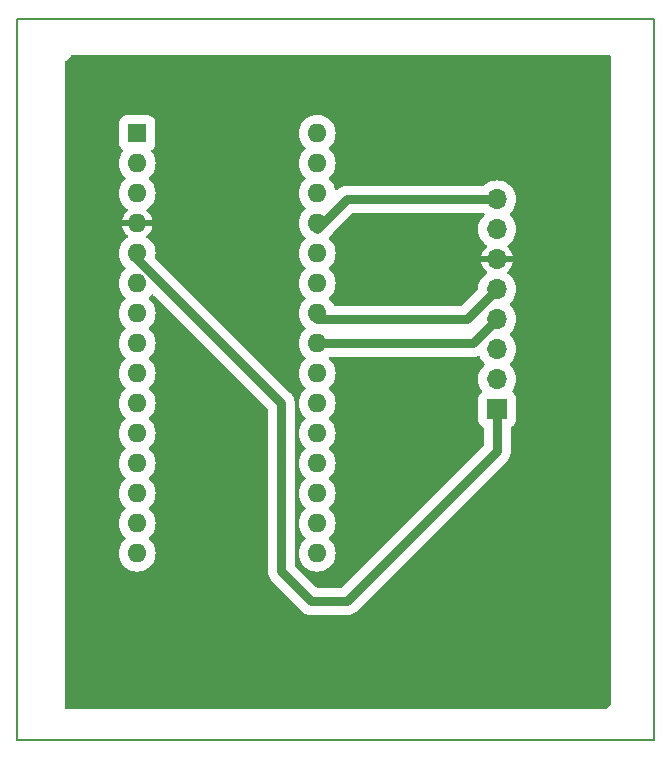
<source format=gbr>
%TF.GenerationSoftware,KiCad,Pcbnew,8.0.4*%
%TF.CreationDate,2024-08-26T17:47:24-03:00*%
%TF.ProjectId,IMU com arduino,494d5520-636f-46d2-9061-726475696e6f,rev?*%
%TF.SameCoordinates,Original*%
%TF.FileFunction,Copper,L2,Bot*%
%TF.FilePolarity,Positive*%
%FSLAX46Y46*%
G04 Gerber Fmt 4.6, Leading zero omitted, Abs format (unit mm)*
G04 Created by KiCad (PCBNEW 8.0.4) date 2024-08-26 17:47:24*
%MOMM*%
%LPD*%
G01*
G04 APERTURE LIST*
%TA.AperFunction,NonConductor*%
%ADD10C,0.200000*%
%TD*%
%TA.AperFunction,ComponentPad*%
%ADD11R,1.700000X1.700000*%
%TD*%
%TA.AperFunction,ComponentPad*%
%ADD12O,1.700000X1.700000*%
%TD*%
%TA.AperFunction,ComponentPad*%
%ADD13O,1.600000X1.600000*%
%TD*%
%TA.AperFunction,ComponentPad*%
%ADD14R,1.600000X1.600000*%
%TD*%
%TA.AperFunction,Conductor*%
%ADD15C,0.800000*%
%TD*%
G04 APERTURE END LIST*
D10*
X55880000Y-15240000D02*
X109768000Y-15240000D01*
X109768000Y-76240000D01*
X55880000Y-76240000D01*
X55880000Y-15240000D01*
D11*
%TO.P,J1,1,Pin_1*%
%TO.N,Net-(A1-D2)*%
X96520000Y-48260000D03*
D12*
%TO.P,J1,2,Pin_2*%
%TO.N,unconnected-(J1-Pin_2-Pad2)*%
X96520000Y-45720000D03*
%TO.P,J1,3,Pin_3*%
%TO.N,unconnected-(J1-Pin_3-Pad3)*%
X96520000Y-43180000D03*
%TO.P,J1,4,Pin_4*%
%TO.N,Net-(A1-A4)*%
X96520000Y-40640000D03*
%TO.P,J1,5,Pin_5*%
%TO.N,Net-(A1-A5)*%
X96520000Y-38100000D03*
%TO.P,J1,6,Pin_6*%
%TO.N,GND*%
X96520000Y-35560000D03*
%TO.P,J1,7,Pin_7*%
%TO.N,unconnected-(J1-Pin_7-Pad7)*%
X96520000Y-33020000D03*
%TO.P,J1,8,Pin_8*%
%TO.N,Net-(A1-+5V)*%
X96520000Y-30480000D03*
%TD*%
D13*
%TO.P,A1,30,VIN*%
%TO.N,unconnected-(A1-VIN-Pad30)*%
X81280000Y-24892000D03*
%TO.P,A1,29,GND*%
%TO.N,unconnected-(A1-GND-Pad29)*%
X81280000Y-27432000D03*
%TO.P,A1,28,~{RESET}*%
%TO.N,unconnected-(A1-~{RESET}-Pad28)*%
X81280000Y-29972000D03*
%TO.P,A1,27,+5V*%
%TO.N,Net-(A1-+5V)*%
X81280000Y-32512000D03*
%TO.P,A1,26,A7*%
%TO.N,unconnected-(A1-A7-Pad26)*%
X81280000Y-35052000D03*
%TO.P,A1,25,A6*%
%TO.N,unconnected-(A1-A6-Pad25)*%
X81280000Y-37592000D03*
%TO.P,A1,24,A5*%
%TO.N,Net-(A1-A5)*%
X81280000Y-40132000D03*
%TO.P,A1,23,A4*%
%TO.N,Net-(A1-A4)*%
X81280000Y-42672000D03*
%TO.P,A1,22,A3*%
%TO.N,unconnected-(A1-A3-Pad22)*%
X81280000Y-45212000D03*
%TO.P,A1,21,A2*%
%TO.N,unconnected-(A1-A2-Pad21)*%
X81280000Y-47752000D03*
%TO.P,A1,20,A1*%
%TO.N,unconnected-(A1-A1-Pad20)*%
X81280000Y-50292000D03*
%TO.P,A1,19,A0*%
%TO.N,unconnected-(A1-A0-Pad19)*%
X81280000Y-52832000D03*
%TO.P,A1,18,AREF*%
%TO.N,unconnected-(A1-AREF-Pad18)*%
X81280000Y-55372000D03*
%TO.P,A1,17,3V3*%
%TO.N,unconnected-(A1-3V3-Pad17)*%
X81280000Y-57912000D03*
%TO.P,A1,16,D13*%
%TO.N,unconnected-(A1-D13-Pad16)*%
X81280000Y-60452000D03*
%TO.P,A1,15,D12*%
%TO.N,unconnected-(A1-D12-Pad15)*%
X66040000Y-60452000D03*
%TO.P,A1,14,D11*%
%TO.N,unconnected-(A1-D11-Pad14)*%
X66040000Y-57912000D03*
%TO.P,A1,13,D10*%
%TO.N,unconnected-(A1-D10-Pad13)*%
X66040000Y-55372000D03*
%TO.P,A1,12,D9*%
%TO.N,unconnected-(A1-D9-Pad12)*%
X66040000Y-52832000D03*
%TO.P,A1,11,D8*%
%TO.N,unconnected-(A1-D8-Pad11)*%
X66040000Y-50292000D03*
%TO.P,A1,10,D7*%
%TO.N,unconnected-(A1-D7-Pad10)*%
X66040000Y-47752000D03*
%TO.P,A1,9,D6*%
%TO.N,unconnected-(A1-D6-Pad9)*%
X66040000Y-45212000D03*
%TO.P,A1,8,D5*%
%TO.N,unconnected-(A1-D5-Pad8)*%
X66040000Y-42672000D03*
%TO.P,A1,7,D4*%
%TO.N,unconnected-(A1-D4-Pad7)*%
X66040000Y-40132000D03*
%TO.P,A1,6,D3*%
%TO.N,unconnected-(A1-D3-Pad6)*%
X66040000Y-37592000D03*
%TO.P,A1,5,D2*%
%TO.N,Net-(A1-D2)*%
X66040000Y-35052000D03*
%TO.P,A1,4,GND*%
%TO.N,GND*%
X66040000Y-32512000D03*
%TO.P,A1,3,~{RESET}*%
%TO.N,unconnected-(A1-~{RESET}-Pad3)*%
X66040000Y-29972000D03*
%TO.P,A1,2,D0/RX*%
%TO.N,unconnected-(A1-D0{slash}RX-Pad2)*%
X66040000Y-27432000D03*
D14*
%TO.P,A1,1,D1/TX*%
%TO.N,unconnected-(A1-D1{slash}TX-Pad1)*%
X66040000Y-24892000D03*
%TD*%
D15*
%TO.N,Net-(A1-D2)*%
X96520000Y-51816000D02*
X96520000Y-48260000D01*
X83820000Y-64516000D02*
X96520000Y-51816000D01*
X78232000Y-61976000D02*
X80772000Y-64516000D01*
X78232000Y-47752000D02*
X78232000Y-61976000D01*
X80772000Y-64516000D02*
X83820000Y-64516000D01*
X66040000Y-35560000D02*
X78232000Y-47752000D01*
%TO.N,Net-(A1-A4)*%
X94488000Y-42672000D02*
X81788000Y-42672000D01*
X96520000Y-40640000D02*
X94488000Y-42672000D01*
%TO.N,Net-(A1-A5)*%
X93980000Y-40640000D02*
X81280000Y-40640000D01*
X96520000Y-38100000D02*
X93980000Y-40640000D01*
%TO.N,Net-(A1-+5V)*%
X83820000Y-30480000D02*
X81280000Y-33020000D01*
X96520000Y-30480000D02*
X83820000Y-30480000D01*
%TD*%
%TA.AperFunction,Conductor*%
%TO.N,GND*%
G36*
X95413417Y-31650185D02*
G01*
X95459172Y-31702989D01*
X95469116Y-31772147D01*
X95440091Y-31835703D01*
X95426910Y-31848790D01*
X95384776Y-31884776D01*
X95221161Y-32076343D01*
X95221160Y-32076346D01*
X95089533Y-32291140D01*
X94993126Y-32523889D01*
X94934317Y-32768848D01*
X94914551Y-33020000D01*
X94934317Y-33271151D01*
X94993126Y-33516110D01*
X95089533Y-33748859D01*
X95221160Y-33963653D01*
X95221161Y-33963656D01*
X95221164Y-33963659D01*
X95384776Y-34155224D01*
X95576341Y-34318836D01*
X95613130Y-34341380D01*
X95660006Y-34393191D01*
X95671429Y-34462121D01*
X95643772Y-34526284D01*
X95636023Y-34534789D01*
X95481886Y-34688926D01*
X95346400Y-34882420D01*
X95346399Y-34882422D01*
X95246570Y-35096507D01*
X95246567Y-35096513D01*
X95189364Y-35309999D01*
X95189364Y-35310000D01*
X96086988Y-35310000D01*
X96054075Y-35367007D01*
X96020000Y-35494174D01*
X96020000Y-35625826D01*
X96054075Y-35752993D01*
X96086988Y-35810000D01*
X95189364Y-35810000D01*
X95246567Y-36023486D01*
X95246570Y-36023492D01*
X95346399Y-36237578D01*
X95481894Y-36431082D01*
X95636022Y-36585210D01*
X95669507Y-36646533D01*
X95664523Y-36716225D01*
X95622651Y-36772158D01*
X95613132Y-36778618D01*
X95576342Y-36801163D01*
X95384776Y-36964776D01*
X95221161Y-37156343D01*
X95221160Y-37156346D01*
X95089533Y-37371140D01*
X94993126Y-37603889D01*
X94937571Y-37835297D01*
X94934317Y-37848852D01*
X94924021Y-37979662D01*
X94919985Y-38030946D01*
X94895100Y-38096234D01*
X94884048Y-38108897D01*
X93539766Y-39453181D01*
X93478443Y-39486666D01*
X93452085Y-39489500D01*
X82774165Y-39489500D01*
X82707126Y-39469815D01*
X82670119Y-39428964D01*
X82668323Y-39430065D01*
X82538262Y-39217826D01*
X82538261Y-39217823D01*
X82474859Y-39143589D01*
X82379759Y-39032241D01*
X82379757Y-39032239D01*
X82379756Y-39032238D01*
X82290832Y-38956290D01*
X82252638Y-38897784D01*
X82252139Y-38827916D01*
X82289493Y-38768869D01*
X82290832Y-38767710D01*
X82379755Y-38691762D01*
X82379759Y-38691759D01*
X82538259Y-38506179D01*
X82665777Y-38298089D01*
X82759172Y-38072612D01*
X82816146Y-37835302D01*
X82835294Y-37592000D01*
X82816146Y-37348698D01*
X82759172Y-37111388D01*
X82665777Y-36885911D01*
X82665777Y-36885910D01*
X82538262Y-36677826D01*
X82538261Y-36677823D01*
X82448842Y-36573127D01*
X82379759Y-36492241D01*
X82379757Y-36492239D01*
X82379756Y-36492238D01*
X82290832Y-36416290D01*
X82252638Y-36357784D01*
X82252139Y-36287916D01*
X82289493Y-36228869D01*
X82290832Y-36227710D01*
X82322276Y-36200853D01*
X82379759Y-36151759D01*
X82538259Y-35966179D01*
X82665777Y-35758089D01*
X82759172Y-35532612D01*
X82816146Y-35295302D01*
X82835294Y-35052000D01*
X82816146Y-34808698D01*
X82759172Y-34571388D01*
X82749018Y-34546873D01*
X82665777Y-34345910D01*
X82538262Y-34137826D01*
X82538261Y-34137823D01*
X82474859Y-34063589D01*
X82379759Y-33952241D01*
X82379757Y-33952239D01*
X82379756Y-33952238D01*
X82290832Y-33876290D01*
X82252638Y-33817784D01*
X82252139Y-33747916D01*
X82289493Y-33688869D01*
X82290832Y-33687710D01*
X82331406Y-33653056D01*
X82379759Y-33611759D01*
X82538259Y-33426179D01*
X82589761Y-33342133D01*
X82607801Y-33319250D01*
X84260234Y-31666819D01*
X84321557Y-31633334D01*
X84347915Y-31630500D01*
X95346378Y-31630500D01*
X95413417Y-31650185D01*
G37*
%TD.AperFunction*%
%TA.AperFunction,Conductor*%
G36*
X106115039Y-18307685D02*
G01*
X106160794Y-18360489D01*
X106172000Y-18412000D01*
X106172000Y-73100638D01*
X106152315Y-73167677D01*
X106135681Y-73188319D01*
X105700319Y-73623681D01*
X105638996Y-73657166D01*
X105612638Y-73660000D01*
X60068000Y-73660000D01*
X60000961Y-73640315D01*
X59955206Y-73587511D01*
X59944000Y-73536000D01*
X59944000Y-27432000D01*
X64484706Y-27432000D01*
X64503853Y-27675297D01*
X64560830Y-27912619D01*
X64654222Y-28138089D01*
X64781737Y-28346173D01*
X64781738Y-28346176D01*
X64781741Y-28346179D01*
X64940241Y-28531759D01*
X65008250Y-28589844D01*
X65029168Y-28607710D01*
X65067361Y-28666217D01*
X65067859Y-28736085D01*
X65030505Y-28795131D01*
X65029168Y-28796290D01*
X64940241Y-28872241D01*
X64781738Y-29057823D01*
X64781737Y-29057826D01*
X64654222Y-29265910D01*
X64560830Y-29491380D01*
X64503853Y-29728702D01*
X64484706Y-29972000D01*
X64503853Y-30215297D01*
X64560830Y-30452619D01*
X64654222Y-30678089D01*
X64781737Y-30886173D01*
X64781738Y-30886176D01*
X64781741Y-30886179D01*
X64940241Y-31071759D01*
X65125821Y-31230259D01*
X65219584Y-31287717D01*
X65266459Y-31339528D01*
X65277882Y-31408458D01*
X65250225Y-31472620D01*
X65225921Y-31495017D01*
X65201180Y-31512341D01*
X65040342Y-31673179D01*
X64909865Y-31859517D01*
X64813734Y-32065673D01*
X64813730Y-32065682D01*
X64761127Y-32261999D01*
X64761128Y-32262000D01*
X65606988Y-32262000D01*
X65574075Y-32319007D01*
X65540000Y-32446174D01*
X65540000Y-32577826D01*
X65574075Y-32704993D01*
X65606988Y-32762000D01*
X64761128Y-32762000D01*
X64813730Y-32958317D01*
X64813734Y-32958326D01*
X64909865Y-33164482D01*
X65040342Y-33350820D01*
X65201183Y-33511661D01*
X65225918Y-33528981D01*
X65269543Y-33583558D01*
X65276735Y-33653056D01*
X65245212Y-33715411D01*
X65219584Y-33736282D01*
X65125826Y-33793737D01*
X65125823Y-33793738D01*
X64940241Y-33952241D01*
X64781738Y-34137823D01*
X64781737Y-34137826D01*
X64654222Y-34345910D01*
X64560830Y-34571380D01*
X64503853Y-34808702D01*
X64484706Y-35052000D01*
X64503853Y-35295297D01*
X64503853Y-35295300D01*
X64503854Y-35295302D01*
X64521288Y-35367920D01*
X64560830Y-35532619D01*
X64654222Y-35758089D01*
X64781737Y-35966173D01*
X64781738Y-35966176D01*
X64781741Y-35966179D01*
X64940241Y-36151759D01*
X65008250Y-36209844D01*
X65029168Y-36227710D01*
X65067361Y-36286217D01*
X65067859Y-36356085D01*
X65030505Y-36415131D01*
X65029168Y-36416290D01*
X64940241Y-36492241D01*
X64781738Y-36677823D01*
X64781737Y-36677826D01*
X64654222Y-36885910D01*
X64560830Y-37111380D01*
X64503853Y-37348702D01*
X64484706Y-37592000D01*
X64503853Y-37835297D01*
X64560830Y-38072619D01*
X64654222Y-38298089D01*
X64781737Y-38506173D01*
X64781738Y-38506176D01*
X64781741Y-38506179D01*
X64940241Y-38691759D01*
X65008250Y-38749844D01*
X65029168Y-38767710D01*
X65067361Y-38826217D01*
X65067859Y-38896085D01*
X65030505Y-38955131D01*
X65029168Y-38956290D01*
X64940241Y-39032241D01*
X64781738Y-39217823D01*
X64781737Y-39217826D01*
X64654222Y-39425910D01*
X64560830Y-39651380D01*
X64503853Y-39888702D01*
X64484706Y-40132000D01*
X64503853Y-40375297D01*
X64560830Y-40612619D01*
X64654222Y-40838089D01*
X64781737Y-41046173D01*
X64781738Y-41046176D01*
X64781741Y-41046179D01*
X64940241Y-41231759D01*
X65008250Y-41289844D01*
X65029168Y-41307710D01*
X65067361Y-41366217D01*
X65067859Y-41436085D01*
X65030505Y-41495131D01*
X65029168Y-41496290D01*
X64940241Y-41572241D01*
X64781738Y-41757823D01*
X64781737Y-41757826D01*
X64654222Y-41965910D01*
X64560830Y-42191380D01*
X64503853Y-42428702D01*
X64484706Y-42672000D01*
X64503853Y-42915297D01*
X64560830Y-43152619D01*
X64654222Y-43378089D01*
X64781737Y-43586173D01*
X64781738Y-43586176D01*
X64781741Y-43586179D01*
X64940241Y-43771759D01*
X65001280Y-43823891D01*
X65029168Y-43847710D01*
X65067361Y-43906217D01*
X65067859Y-43976085D01*
X65030505Y-44035131D01*
X65029168Y-44036290D01*
X64940241Y-44112241D01*
X64781738Y-44297823D01*
X64781737Y-44297826D01*
X64654222Y-44505910D01*
X64560830Y-44731380D01*
X64503853Y-44968702D01*
X64484706Y-45212000D01*
X64503853Y-45455297D01*
X64560830Y-45692619D01*
X64654222Y-45918089D01*
X64781737Y-46126173D01*
X64781738Y-46126176D01*
X64781741Y-46126179D01*
X64940241Y-46311759D01*
X65008250Y-46369844D01*
X65029168Y-46387710D01*
X65067361Y-46446217D01*
X65067859Y-46516085D01*
X65030505Y-46575131D01*
X65029168Y-46576290D01*
X64940241Y-46652241D01*
X64781738Y-46837823D01*
X64781737Y-46837826D01*
X64654222Y-47045910D01*
X64560830Y-47271380D01*
X64560828Y-47271387D01*
X64560828Y-47271388D01*
X64551471Y-47310361D01*
X64503853Y-47508702D01*
X64484706Y-47752000D01*
X64503853Y-47995297D01*
X64503853Y-47995300D01*
X64503854Y-47995302D01*
X64559853Y-48228552D01*
X64560830Y-48232619D01*
X64654222Y-48458089D01*
X64781737Y-48666173D01*
X64781738Y-48666176D01*
X64781741Y-48666179D01*
X64940241Y-48851759D01*
X65008250Y-48909844D01*
X65029168Y-48927710D01*
X65067361Y-48986217D01*
X65067859Y-49056085D01*
X65030505Y-49115131D01*
X65029168Y-49116290D01*
X64940241Y-49192241D01*
X64781738Y-49377823D01*
X64781737Y-49377826D01*
X64654222Y-49585910D01*
X64560830Y-49811380D01*
X64503853Y-50048702D01*
X64484706Y-50292000D01*
X64503853Y-50535297D01*
X64560830Y-50772619D01*
X64654222Y-50998089D01*
X64781737Y-51206173D01*
X64781738Y-51206176D01*
X64781741Y-51206179D01*
X64940241Y-51391759D01*
X65008250Y-51449844D01*
X65029168Y-51467710D01*
X65067361Y-51526217D01*
X65067859Y-51596085D01*
X65030505Y-51655131D01*
X65029168Y-51656290D01*
X64940241Y-51732241D01*
X64781738Y-51917823D01*
X64781737Y-51917826D01*
X64654222Y-52125910D01*
X64560830Y-52351380D01*
X64503853Y-52588702D01*
X64484706Y-52832000D01*
X64503853Y-53075297D01*
X64560830Y-53312619D01*
X64654222Y-53538089D01*
X64781737Y-53746173D01*
X64781738Y-53746176D01*
X64781741Y-53746179D01*
X64940241Y-53931759D01*
X65008250Y-53989844D01*
X65029168Y-54007710D01*
X65067361Y-54066217D01*
X65067859Y-54136085D01*
X65030505Y-54195131D01*
X65029168Y-54196290D01*
X64940241Y-54272241D01*
X64781738Y-54457823D01*
X64781737Y-54457826D01*
X64654222Y-54665910D01*
X64560830Y-54891380D01*
X64503853Y-55128702D01*
X64484706Y-55372000D01*
X64503853Y-55615297D01*
X64560830Y-55852619D01*
X64654222Y-56078089D01*
X64781737Y-56286173D01*
X64781738Y-56286176D01*
X64781741Y-56286179D01*
X64940241Y-56471759D01*
X65008250Y-56529844D01*
X65029168Y-56547710D01*
X65067361Y-56606217D01*
X65067859Y-56676085D01*
X65030505Y-56735131D01*
X65029168Y-56736290D01*
X64940241Y-56812241D01*
X64781738Y-56997823D01*
X64781737Y-56997826D01*
X64654222Y-57205910D01*
X64560830Y-57431380D01*
X64503853Y-57668702D01*
X64484706Y-57912000D01*
X64503853Y-58155297D01*
X64560830Y-58392619D01*
X64654222Y-58618089D01*
X64781737Y-58826173D01*
X64781738Y-58826176D01*
X64781741Y-58826179D01*
X64940241Y-59011759D01*
X65008250Y-59069844D01*
X65029168Y-59087710D01*
X65067361Y-59146217D01*
X65067859Y-59216085D01*
X65030505Y-59275131D01*
X65029168Y-59276290D01*
X64940241Y-59352241D01*
X64781738Y-59537823D01*
X64781737Y-59537826D01*
X64654222Y-59745910D01*
X64560830Y-59971380D01*
X64503853Y-60208702D01*
X64484706Y-60452000D01*
X64503853Y-60695297D01*
X64560830Y-60932619D01*
X64654222Y-61158089D01*
X64781737Y-61366173D01*
X64781738Y-61366176D01*
X64781741Y-61366179D01*
X64940241Y-61551759D01*
X65083897Y-61674453D01*
X65125823Y-61710261D01*
X65125826Y-61710262D01*
X65333910Y-61837777D01*
X65559381Y-61931169D01*
X65559378Y-61931169D01*
X65559384Y-61931170D01*
X65559388Y-61931172D01*
X65796698Y-61988146D01*
X66040000Y-62007294D01*
X66283302Y-61988146D01*
X66520612Y-61931172D01*
X66746089Y-61837777D01*
X66954179Y-61710259D01*
X67139759Y-61551759D01*
X67298259Y-61366179D01*
X67425777Y-61158089D01*
X67519172Y-60932612D01*
X67576146Y-60695302D01*
X67595294Y-60452000D01*
X67576146Y-60208698D01*
X67519172Y-59971388D01*
X67425777Y-59745911D01*
X67425777Y-59745910D01*
X67298262Y-59537826D01*
X67298261Y-59537823D01*
X67139756Y-59352238D01*
X67050832Y-59276290D01*
X67012638Y-59217784D01*
X67012139Y-59147916D01*
X67049493Y-59088869D01*
X67050832Y-59087710D01*
X67082276Y-59060853D01*
X67139759Y-59011759D01*
X67298259Y-58826179D01*
X67425777Y-58618089D01*
X67519172Y-58392612D01*
X67576146Y-58155302D01*
X67595294Y-57912000D01*
X67576146Y-57668698D01*
X67519172Y-57431388D01*
X67425777Y-57205911D01*
X67425777Y-57205910D01*
X67298262Y-56997826D01*
X67298261Y-56997823D01*
X67139756Y-56812238D01*
X67050832Y-56736290D01*
X67012638Y-56677784D01*
X67012139Y-56607916D01*
X67049493Y-56548869D01*
X67050832Y-56547710D01*
X67082276Y-56520853D01*
X67139759Y-56471759D01*
X67298259Y-56286179D01*
X67425777Y-56078089D01*
X67519172Y-55852612D01*
X67576146Y-55615302D01*
X67595294Y-55372000D01*
X67576146Y-55128698D01*
X67519172Y-54891388D01*
X67425777Y-54665911D01*
X67425777Y-54665910D01*
X67298262Y-54457826D01*
X67298261Y-54457823D01*
X67139756Y-54272238D01*
X67050832Y-54196290D01*
X67012638Y-54137784D01*
X67012139Y-54067916D01*
X67049493Y-54008869D01*
X67050832Y-54007710D01*
X67082276Y-53980853D01*
X67139759Y-53931759D01*
X67298259Y-53746179D01*
X67425777Y-53538089D01*
X67519172Y-53312612D01*
X67576146Y-53075302D01*
X67595294Y-52832000D01*
X67576146Y-52588698D01*
X67519172Y-52351388D01*
X67519169Y-52351380D01*
X67425777Y-52125910D01*
X67298262Y-51917826D01*
X67298261Y-51917823D01*
X67139756Y-51732238D01*
X67050832Y-51656290D01*
X67012638Y-51597784D01*
X67012139Y-51527916D01*
X67049493Y-51468869D01*
X67050832Y-51467710D01*
X67082276Y-51440853D01*
X67139759Y-51391759D01*
X67298259Y-51206179D01*
X67425777Y-50998089D01*
X67519172Y-50772612D01*
X67576146Y-50535302D01*
X67595294Y-50292000D01*
X67576146Y-50048698D01*
X67519172Y-49811388D01*
X67502070Y-49770099D01*
X67425777Y-49585910D01*
X67298262Y-49377826D01*
X67298261Y-49377823D01*
X67200019Y-49262797D01*
X67139759Y-49192241D01*
X67139757Y-49192239D01*
X67139756Y-49192238D01*
X67050832Y-49116290D01*
X67012638Y-49057784D01*
X67012139Y-48987916D01*
X67049493Y-48928869D01*
X67050832Y-48927710D01*
X67082276Y-48900853D01*
X67139759Y-48851759D01*
X67298259Y-48666179D01*
X67425777Y-48458089D01*
X67519172Y-48232612D01*
X67576146Y-47995302D01*
X67595294Y-47752000D01*
X67576146Y-47508698D01*
X67519172Y-47271388D01*
X67513297Y-47257204D01*
X67425777Y-47045910D01*
X67298262Y-46837826D01*
X67298261Y-46837823D01*
X67206789Y-46730723D01*
X67139759Y-46652241D01*
X67139757Y-46652239D01*
X67139756Y-46652238D01*
X67050832Y-46576290D01*
X67012638Y-46517784D01*
X67012139Y-46447916D01*
X67049493Y-46388869D01*
X67050832Y-46387710D01*
X67082276Y-46360853D01*
X67139759Y-46311759D01*
X67298259Y-46126179D01*
X67425777Y-45918089D01*
X67519172Y-45692612D01*
X67576146Y-45455302D01*
X67595294Y-45212000D01*
X67576146Y-44968698D01*
X67519172Y-44731388D01*
X67458444Y-44584776D01*
X67425777Y-44505910D01*
X67298262Y-44297826D01*
X67298261Y-44297823D01*
X67234859Y-44223589D01*
X67139759Y-44112241D01*
X67139757Y-44112239D01*
X67139756Y-44112238D01*
X67050832Y-44036290D01*
X67012638Y-43977784D01*
X67012139Y-43907916D01*
X67049493Y-43848869D01*
X67050832Y-43847710D01*
X67127570Y-43782169D01*
X67139759Y-43771759D01*
X67298259Y-43586179D01*
X67425777Y-43378089D01*
X67519172Y-43152612D01*
X67576146Y-42915302D01*
X67595294Y-42672000D01*
X67576146Y-42428698D01*
X67519172Y-42191388D01*
X67458444Y-42044776D01*
X67425777Y-41965910D01*
X67298262Y-41757826D01*
X67298261Y-41757823D01*
X67234859Y-41683589D01*
X67139759Y-41572241D01*
X67139757Y-41572239D01*
X67139756Y-41572238D01*
X67050832Y-41496290D01*
X67012638Y-41437784D01*
X67012139Y-41367916D01*
X67049493Y-41308869D01*
X67050832Y-41307710D01*
X67082276Y-41280853D01*
X67139759Y-41231759D01*
X67298259Y-41046179D01*
X67425777Y-40838089D01*
X67519172Y-40612612D01*
X67576146Y-40375302D01*
X67595294Y-40132000D01*
X67576146Y-39888698D01*
X67519172Y-39651388D01*
X67458444Y-39504776D01*
X67425777Y-39425910D01*
X67298262Y-39217826D01*
X67298261Y-39217823D01*
X67234859Y-39143589D01*
X67139759Y-39032241D01*
X67139757Y-39032239D01*
X67139756Y-39032238D01*
X67050832Y-38956290D01*
X67012638Y-38897784D01*
X67012139Y-38827916D01*
X67049493Y-38768869D01*
X67050832Y-38767710D01*
X67139755Y-38691762D01*
X67139759Y-38691759D01*
X67239182Y-38575349D01*
X67297685Y-38537159D01*
X67367553Y-38536659D01*
X67421150Y-38568202D01*
X77045181Y-48192233D01*
X77078666Y-48253556D01*
X77081500Y-48279914D01*
X77081500Y-61881038D01*
X77081499Y-61881053D01*
X77081499Y-62066544D01*
X77109829Y-62245410D01*
X77165787Y-62417636D01*
X77165788Y-62417639D01*
X77248006Y-62578997D01*
X77354440Y-62725493D01*
X77354444Y-62725497D01*
X77354447Y-62725501D01*
X77482499Y-62853553D01*
X77486829Y-62857883D01*
X77486840Y-62857893D01*
X79891321Y-65262374D01*
X79891335Y-65262389D01*
X79894446Y-65265500D01*
X79894447Y-65265501D01*
X80022499Y-65393553D01*
X80022502Y-65393555D01*
X80022506Y-65393559D01*
X80155364Y-65490084D01*
X80169006Y-65499996D01*
X80274484Y-65553740D01*
X80330360Y-65582211D01*
X80330363Y-65582212D01*
X80416476Y-65610191D01*
X80502591Y-65638171D01*
X80681453Y-65666501D01*
X80681454Y-65666501D01*
X80867657Y-65666501D01*
X80867681Y-65666500D01*
X83724319Y-65666500D01*
X83724343Y-65666501D01*
X83729454Y-65666501D01*
X83910545Y-65666501D01*
X83910546Y-65666501D01*
X84089409Y-65638171D01*
X84261639Y-65582211D01*
X84422994Y-65499996D01*
X84422995Y-65499995D01*
X84569501Y-65393553D01*
X84697553Y-65265501D01*
X84697554Y-65265499D01*
X84704614Y-65258439D01*
X84704620Y-65258432D01*
X97262432Y-52700620D01*
X97262439Y-52700614D01*
X97269499Y-52693554D01*
X97269501Y-52693553D01*
X97397553Y-52565501D01*
X97503996Y-52418994D01*
X97586211Y-52257639D01*
X97642171Y-52085409D01*
X97652950Y-52017354D01*
X97670501Y-51906547D01*
X97670501Y-51725454D01*
X97670501Y-51721053D01*
X97670500Y-51721038D01*
X97670500Y-49875638D01*
X97690185Y-49808599D01*
X97729401Y-49770100D01*
X97838656Y-49702712D01*
X97962712Y-49578656D01*
X98054814Y-49429334D01*
X98109999Y-49262797D01*
X98120500Y-49160009D01*
X98120499Y-47359992D01*
X98109999Y-47257203D01*
X98054814Y-47090666D01*
X97962712Y-46941344D01*
X97838656Y-46817288D01*
X97837116Y-46815748D01*
X97803631Y-46754425D01*
X97808615Y-46684733D01*
X97819070Y-46663277D01*
X97950466Y-46448859D01*
X97951560Y-46446217D01*
X98046873Y-46216111D01*
X98105683Y-45971148D01*
X98125449Y-45720000D01*
X98105683Y-45468852D01*
X98046873Y-45223889D01*
X97950466Y-44991141D01*
X97950466Y-44991140D01*
X97818839Y-44776346D01*
X97818838Y-44776343D01*
X97655224Y-44584776D01*
X97607819Y-44544289D01*
X97569627Y-44485784D01*
X97569128Y-44415916D01*
X97606482Y-44356870D01*
X97607756Y-44355764D01*
X97655224Y-44315224D01*
X97818836Y-44123659D01*
X97950466Y-43908859D01*
X98046873Y-43676111D01*
X98105683Y-43431148D01*
X98125449Y-43180000D01*
X98105683Y-42928852D01*
X98046873Y-42683889D01*
X97950466Y-42451141D01*
X97950466Y-42451140D01*
X97818839Y-42236346D01*
X97818838Y-42236343D01*
X97655224Y-42044776D01*
X97607819Y-42004289D01*
X97569627Y-41945784D01*
X97569128Y-41875916D01*
X97606482Y-41816870D01*
X97607756Y-41815764D01*
X97655224Y-41775224D01*
X97818836Y-41583659D01*
X97950466Y-41368859D01*
X98046873Y-41136111D01*
X98105683Y-40891148D01*
X98125449Y-40640000D01*
X98105683Y-40388852D01*
X98046873Y-40143889D01*
X97950466Y-39911141D01*
X97950466Y-39911140D01*
X97818839Y-39696346D01*
X97818838Y-39696343D01*
X97655224Y-39504776D01*
X97637338Y-39489500D01*
X97607819Y-39464289D01*
X97569627Y-39405784D01*
X97569128Y-39335916D01*
X97606482Y-39276870D01*
X97607756Y-39275764D01*
X97655224Y-39235224D01*
X97818836Y-39043659D01*
X97950466Y-38828859D01*
X98046873Y-38596111D01*
X98105683Y-38351148D01*
X98125449Y-38100000D01*
X98105683Y-37848852D01*
X98046873Y-37603889D01*
X97950466Y-37371141D01*
X97950466Y-37371140D01*
X97818839Y-37156346D01*
X97818838Y-37156343D01*
X97781875Y-37113066D01*
X97655224Y-36964776D01*
X97463659Y-36801164D01*
X97449935Y-36792754D01*
X97426868Y-36778618D01*
X97379993Y-36726806D01*
X97368571Y-36657876D01*
X97396229Y-36593713D01*
X97403978Y-36585210D01*
X97558105Y-36431082D01*
X97693600Y-36237578D01*
X97793429Y-36023492D01*
X97793432Y-36023486D01*
X97850636Y-35810000D01*
X96953012Y-35810000D01*
X96985925Y-35752993D01*
X97020000Y-35625826D01*
X97020000Y-35494174D01*
X96985925Y-35367007D01*
X96953012Y-35310000D01*
X97850636Y-35310000D01*
X97850635Y-35309999D01*
X97793432Y-35096513D01*
X97793429Y-35096507D01*
X97693600Y-34882422D01*
X97693599Y-34882420D01*
X97558113Y-34688926D01*
X97558108Y-34688920D01*
X97403977Y-34534789D01*
X97370492Y-34473466D01*
X97375476Y-34403774D01*
X97417348Y-34347841D01*
X97426848Y-34341393D01*
X97463659Y-34318836D01*
X97655224Y-34155224D01*
X97818836Y-33963659D01*
X97950466Y-33748859D01*
X98046873Y-33516111D01*
X98105683Y-33271148D01*
X98125449Y-33020000D01*
X98105683Y-32768852D01*
X98046873Y-32523889D01*
X98014683Y-32446174D01*
X97950466Y-32291140D01*
X97818839Y-32076346D01*
X97818838Y-32076343D01*
X97655224Y-31884776D01*
X97625649Y-31859517D01*
X97607819Y-31844289D01*
X97569627Y-31785784D01*
X97569128Y-31715916D01*
X97606482Y-31656870D01*
X97607756Y-31655764D01*
X97655224Y-31615224D01*
X97818836Y-31423659D01*
X97950466Y-31208859D01*
X98046873Y-30976111D01*
X98105683Y-30731148D01*
X98125449Y-30480000D01*
X98105683Y-30228852D01*
X98046873Y-29983889D01*
X97950466Y-29751141D01*
X97950466Y-29751140D01*
X97818839Y-29536346D01*
X97818838Y-29536343D01*
X97781875Y-29493066D01*
X97655224Y-29344776D01*
X97528571Y-29236604D01*
X97463656Y-29181161D01*
X97463653Y-29181160D01*
X97248859Y-29049533D01*
X97016110Y-28953126D01*
X96771151Y-28894317D01*
X96520000Y-28874551D01*
X96268848Y-28894317D01*
X96023889Y-28953126D01*
X95791140Y-29049533D01*
X95576346Y-29181160D01*
X95576337Y-29181166D01*
X95437447Y-29299790D01*
X95373686Y-29328361D01*
X95356916Y-29329500D01*
X83915681Y-29329500D01*
X83915657Y-29329499D01*
X83910546Y-29329499D01*
X83729453Y-29329499D01*
X83669832Y-29338942D01*
X83550589Y-29357829D01*
X83378363Y-29413787D01*
X83378360Y-29413788D01*
X83217002Y-29496006D01*
X83070506Y-29602440D01*
X82997511Y-29675435D01*
X82936187Y-29708919D01*
X82866496Y-29703934D01*
X82810562Y-29662063D01*
X82789258Y-29616705D01*
X82759172Y-29491388D01*
X82727029Y-29413787D01*
X82665777Y-29265910D01*
X82538262Y-29057826D01*
X82538261Y-29057823D01*
X82448841Y-28953126D01*
X82379759Y-28872241D01*
X82379757Y-28872239D01*
X82379756Y-28872238D01*
X82290832Y-28796290D01*
X82252638Y-28737784D01*
X82252139Y-28667916D01*
X82289493Y-28608869D01*
X82290832Y-28607710D01*
X82322276Y-28580853D01*
X82379759Y-28531759D01*
X82538259Y-28346179D01*
X82665777Y-28138089D01*
X82759172Y-27912612D01*
X82816146Y-27675302D01*
X82835294Y-27432000D01*
X82816146Y-27188698D01*
X82759172Y-26951388D01*
X82665777Y-26725911D01*
X82665777Y-26725910D01*
X82538262Y-26517826D01*
X82538261Y-26517823D01*
X82451004Y-26415658D01*
X82379759Y-26332241D01*
X82379757Y-26332239D01*
X82379756Y-26332238D01*
X82290832Y-26256290D01*
X82252638Y-26197784D01*
X82252139Y-26127916D01*
X82289493Y-26068869D01*
X82290832Y-26067710D01*
X82356837Y-26011336D01*
X82379759Y-25991759D01*
X82538259Y-25806179D01*
X82665777Y-25598089D01*
X82759172Y-25372612D01*
X82816146Y-25135302D01*
X82835294Y-24892000D01*
X82816146Y-24648698D01*
X82759172Y-24411388D01*
X82665777Y-24185911D01*
X82665777Y-24185910D01*
X82538262Y-23977826D01*
X82538261Y-23977823D01*
X82502453Y-23935897D01*
X82379759Y-23792241D01*
X82257063Y-23687449D01*
X82194176Y-23633738D01*
X82194173Y-23633737D01*
X81986089Y-23506222D01*
X81760618Y-23412830D01*
X81760621Y-23412830D01*
X81654992Y-23387470D01*
X81523302Y-23355854D01*
X81523300Y-23355853D01*
X81523297Y-23355853D01*
X81280000Y-23336706D01*
X81036702Y-23355853D01*
X81036698Y-23355854D01*
X80822889Y-23407186D01*
X80799380Y-23412830D01*
X80573910Y-23506222D01*
X80365826Y-23633737D01*
X80365823Y-23633738D01*
X80180241Y-23792241D01*
X80021738Y-23977823D01*
X80021737Y-23977826D01*
X79894222Y-24185910D01*
X79800830Y-24411380D01*
X79743853Y-24648702D01*
X79724706Y-24892000D01*
X79743853Y-25135297D01*
X79800830Y-25372619D01*
X79894222Y-25598089D01*
X80021737Y-25806173D01*
X80021738Y-25806176D01*
X80075449Y-25869063D01*
X80180241Y-25991759D01*
X80248250Y-26049844D01*
X80269168Y-26067710D01*
X80307361Y-26126217D01*
X80307859Y-26196085D01*
X80270505Y-26255131D01*
X80269168Y-26256290D01*
X80180241Y-26332241D01*
X80021738Y-26517823D01*
X80021737Y-26517826D01*
X79894222Y-26725910D01*
X79800830Y-26951380D01*
X79743853Y-27188702D01*
X79724706Y-27432000D01*
X79743853Y-27675297D01*
X79800830Y-27912619D01*
X79894222Y-28138089D01*
X80021737Y-28346173D01*
X80021738Y-28346176D01*
X80021741Y-28346179D01*
X80180241Y-28531759D01*
X80248250Y-28589844D01*
X80269168Y-28607710D01*
X80307361Y-28666217D01*
X80307859Y-28736085D01*
X80270505Y-28795131D01*
X80269168Y-28796290D01*
X80180241Y-28872241D01*
X80021738Y-29057823D01*
X80021737Y-29057826D01*
X79894222Y-29265910D01*
X79800830Y-29491380D01*
X79743853Y-29728702D01*
X79724706Y-29972000D01*
X79743853Y-30215297D01*
X79800830Y-30452619D01*
X79894222Y-30678089D01*
X80021737Y-30886173D01*
X80021738Y-30886176D01*
X80021741Y-30886179D01*
X80180241Y-31071759D01*
X80248250Y-31129844D01*
X80269168Y-31147710D01*
X80307361Y-31206217D01*
X80307859Y-31276085D01*
X80270505Y-31335131D01*
X80269168Y-31336290D01*
X80180241Y-31412241D01*
X80021738Y-31597823D01*
X80021737Y-31597826D01*
X79894222Y-31805910D01*
X79800830Y-32031380D01*
X79743853Y-32268702D01*
X79724706Y-32512000D01*
X79743853Y-32755297D01*
X79743853Y-32755300D01*
X79743854Y-32755302D01*
X79792594Y-32958317D01*
X79800830Y-32992619D01*
X79894222Y-33218089D01*
X80021737Y-33426173D01*
X80021738Y-33426176D01*
X80075449Y-33489063D01*
X80180241Y-33611759D01*
X80228594Y-33653056D01*
X80269168Y-33687710D01*
X80307361Y-33746217D01*
X80307859Y-33816085D01*
X80270505Y-33875131D01*
X80269168Y-33876290D01*
X80180241Y-33952241D01*
X80021738Y-34137823D01*
X80021737Y-34137826D01*
X79894222Y-34345910D01*
X79800830Y-34571380D01*
X79743853Y-34808702D01*
X79724706Y-35052000D01*
X79743853Y-35295297D01*
X79743853Y-35295300D01*
X79743854Y-35295302D01*
X79761288Y-35367920D01*
X79800830Y-35532619D01*
X79894222Y-35758089D01*
X80021737Y-35966173D01*
X80021738Y-35966176D01*
X80021741Y-35966179D01*
X80180241Y-36151759D01*
X80248250Y-36209844D01*
X80269168Y-36227710D01*
X80307361Y-36286217D01*
X80307859Y-36356085D01*
X80270505Y-36415131D01*
X80269168Y-36416290D01*
X80180241Y-36492241D01*
X80021738Y-36677823D01*
X80021737Y-36677826D01*
X79894222Y-36885910D01*
X79800830Y-37111380D01*
X79743853Y-37348702D01*
X79724706Y-37592000D01*
X79743853Y-37835297D01*
X79800830Y-38072619D01*
X79894222Y-38298089D01*
X80021737Y-38506173D01*
X80021738Y-38506176D01*
X80021741Y-38506179D01*
X80180241Y-38691759D01*
X80248250Y-38749844D01*
X80269168Y-38767710D01*
X80307361Y-38826217D01*
X80307859Y-38896085D01*
X80270505Y-38955131D01*
X80269168Y-38956290D01*
X80180241Y-39032241D01*
X80021738Y-39217823D01*
X80021737Y-39217826D01*
X79894222Y-39425910D01*
X79800830Y-39651380D01*
X79743853Y-39888702D01*
X79724706Y-40132000D01*
X79743853Y-40375297D01*
X79800830Y-40612619D01*
X79894222Y-40838089D01*
X80021737Y-41046173D01*
X80021738Y-41046176D01*
X80021741Y-41046179D01*
X80180241Y-41231759D01*
X80248250Y-41289844D01*
X80269168Y-41307710D01*
X80307361Y-41366217D01*
X80307859Y-41436085D01*
X80270505Y-41495131D01*
X80269168Y-41496290D01*
X80180241Y-41572241D01*
X80021738Y-41757823D01*
X80021737Y-41757826D01*
X79894222Y-41965910D01*
X79800830Y-42191380D01*
X79743853Y-42428702D01*
X79724706Y-42672000D01*
X79743853Y-42915297D01*
X79800830Y-43152619D01*
X79894222Y-43378089D01*
X80021737Y-43586173D01*
X80021738Y-43586176D01*
X80021741Y-43586179D01*
X80180241Y-43771759D01*
X80241280Y-43823891D01*
X80269168Y-43847710D01*
X80307361Y-43906217D01*
X80307859Y-43976085D01*
X80270505Y-44035131D01*
X80269168Y-44036290D01*
X80180241Y-44112241D01*
X80021738Y-44297823D01*
X80021737Y-44297826D01*
X79894222Y-44505910D01*
X79800830Y-44731380D01*
X79743853Y-44968702D01*
X79724706Y-45212000D01*
X79743853Y-45455297D01*
X79800830Y-45692619D01*
X79894222Y-45918089D01*
X80021737Y-46126173D01*
X80021738Y-46126176D01*
X80021741Y-46126179D01*
X80180241Y-46311759D01*
X80248250Y-46369844D01*
X80269168Y-46387710D01*
X80307361Y-46446217D01*
X80307859Y-46516085D01*
X80270505Y-46575131D01*
X80269168Y-46576290D01*
X80180241Y-46652241D01*
X80021738Y-46837823D01*
X80021737Y-46837826D01*
X79894222Y-47045910D01*
X79800830Y-47271380D01*
X79800828Y-47271387D01*
X79800828Y-47271388D01*
X79791471Y-47310361D01*
X79743853Y-47508702D01*
X79724706Y-47752000D01*
X79743853Y-47995297D01*
X79743853Y-47995300D01*
X79743854Y-47995302D01*
X79799853Y-48228552D01*
X79800830Y-48232619D01*
X79894222Y-48458089D01*
X80021737Y-48666173D01*
X80021738Y-48666176D01*
X80021741Y-48666179D01*
X80180241Y-48851759D01*
X80248250Y-48909844D01*
X80269168Y-48927710D01*
X80307361Y-48986217D01*
X80307859Y-49056085D01*
X80270505Y-49115131D01*
X80269168Y-49116290D01*
X80180241Y-49192241D01*
X80021738Y-49377823D01*
X80021737Y-49377826D01*
X79894222Y-49585910D01*
X79800830Y-49811380D01*
X79743853Y-50048702D01*
X79724706Y-50292000D01*
X79743853Y-50535297D01*
X79800830Y-50772619D01*
X79894222Y-50998089D01*
X80021737Y-51206173D01*
X80021738Y-51206176D01*
X80021741Y-51206179D01*
X80180241Y-51391759D01*
X80248250Y-51449844D01*
X80269168Y-51467710D01*
X80307361Y-51526217D01*
X80307859Y-51596085D01*
X80270505Y-51655131D01*
X80269168Y-51656290D01*
X80180241Y-51732241D01*
X80021738Y-51917823D01*
X80021737Y-51917826D01*
X79894222Y-52125910D01*
X79800830Y-52351380D01*
X79743853Y-52588702D01*
X79724706Y-52832000D01*
X79743853Y-53075297D01*
X79800830Y-53312619D01*
X79894222Y-53538089D01*
X80021737Y-53746173D01*
X80021738Y-53746176D01*
X80021741Y-53746179D01*
X80180241Y-53931759D01*
X80248250Y-53989844D01*
X80269168Y-54007710D01*
X80307361Y-54066217D01*
X80307859Y-54136085D01*
X80270505Y-54195131D01*
X80269168Y-54196290D01*
X80180241Y-54272241D01*
X80021738Y-54457823D01*
X80021737Y-54457826D01*
X79894222Y-54665910D01*
X79800830Y-54891380D01*
X79743853Y-55128702D01*
X79724706Y-55372000D01*
X79743853Y-55615297D01*
X79800830Y-55852619D01*
X79894222Y-56078089D01*
X80021737Y-56286173D01*
X80021738Y-56286176D01*
X80021741Y-56286179D01*
X80180241Y-56471759D01*
X80248250Y-56529844D01*
X80269168Y-56547710D01*
X80307361Y-56606217D01*
X80307859Y-56676085D01*
X80270505Y-56735131D01*
X80269168Y-56736290D01*
X80180241Y-56812241D01*
X80021738Y-56997823D01*
X80021737Y-56997826D01*
X79894222Y-57205910D01*
X79800830Y-57431380D01*
X79743853Y-57668702D01*
X79724706Y-57912000D01*
X79743853Y-58155297D01*
X79800830Y-58392619D01*
X79894222Y-58618089D01*
X80021737Y-58826173D01*
X80021738Y-58826176D01*
X80021741Y-58826179D01*
X80180241Y-59011759D01*
X80248250Y-59069844D01*
X80269168Y-59087710D01*
X80307361Y-59146217D01*
X80307859Y-59216085D01*
X80270505Y-59275131D01*
X80269168Y-59276290D01*
X80180241Y-59352241D01*
X80021738Y-59537823D01*
X80021737Y-59537826D01*
X79894222Y-59745910D01*
X79800830Y-59971380D01*
X79743853Y-60208702D01*
X79724706Y-60452000D01*
X79743853Y-60695297D01*
X79800830Y-60932619D01*
X79894222Y-61158089D01*
X80021737Y-61366173D01*
X80021738Y-61366176D01*
X80021741Y-61366179D01*
X80180241Y-61551759D01*
X80323897Y-61674453D01*
X80365823Y-61710261D01*
X80365826Y-61710262D01*
X80573910Y-61837777D01*
X80799381Y-61931169D01*
X80799378Y-61931169D01*
X80799384Y-61931170D01*
X80799388Y-61931172D01*
X81036698Y-61988146D01*
X81280000Y-62007294D01*
X81523302Y-61988146D01*
X81760612Y-61931172D01*
X81986089Y-61837777D01*
X82194179Y-61710259D01*
X82379759Y-61551759D01*
X82538259Y-61366179D01*
X82665777Y-61158089D01*
X82759172Y-60932612D01*
X82816146Y-60695302D01*
X82835294Y-60452000D01*
X82816146Y-60208698D01*
X82759172Y-59971388D01*
X82665777Y-59745911D01*
X82665777Y-59745910D01*
X82538262Y-59537826D01*
X82538261Y-59537823D01*
X82379756Y-59352238D01*
X82290832Y-59276290D01*
X82252638Y-59217784D01*
X82252139Y-59147916D01*
X82289493Y-59088869D01*
X82290832Y-59087710D01*
X82322276Y-59060853D01*
X82379759Y-59011759D01*
X82538259Y-58826179D01*
X82665777Y-58618089D01*
X82759172Y-58392612D01*
X82816146Y-58155302D01*
X82835294Y-57912000D01*
X82816146Y-57668698D01*
X82759172Y-57431388D01*
X82665777Y-57205911D01*
X82665777Y-57205910D01*
X82538262Y-56997826D01*
X82538261Y-56997823D01*
X82379756Y-56812238D01*
X82290832Y-56736290D01*
X82252638Y-56677784D01*
X82252139Y-56607916D01*
X82289493Y-56548869D01*
X82290832Y-56547710D01*
X82322276Y-56520853D01*
X82379759Y-56471759D01*
X82538259Y-56286179D01*
X82665777Y-56078089D01*
X82759172Y-55852612D01*
X82816146Y-55615302D01*
X82835294Y-55372000D01*
X82816146Y-55128698D01*
X82759172Y-54891388D01*
X82665777Y-54665911D01*
X82665777Y-54665910D01*
X82538262Y-54457826D01*
X82538261Y-54457823D01*
X82379756Y-54272238D01*
X82290832Y-54196290D01*
X82252638Y-54137784D01*
X82252139Y-54067916D01*
X82289493Y-54008869D01*
X82290832Y-54007710D01*
X82322276Y-53980853D01*
X82379759Y-53931759D01*
X82538259Y-53746179D01*
X82665777Y-53538089D01*
X82759172Y-53312612D01*
X82816146Y-53075302D01*
X82835294Y-52832000D01*
X82816146Y-52588698D01*
X82759172Y-52351388D01*
X82759169Y-52351380D01*
X82665777Y-52125910D01*
X82538262Y-51917826D01*
X82538261Y-51917823D01*
X82379756Y-51732238D01*
X82290832Y-51656290D01*
X82252638Y-51597784D01*
X82252139Y-51527916D01*
X82289493Y-51468869D01*
X82290832Y-51467710D01*
X82322276Y-51440853D01*
X82379759Y-51391759D01*
X82538259Y-51206179D01*
X82665777Y-50998089D01*
X82759172Y-50772612D01*
X82816146Y-50535302D01*
X82835294Y-50292000D01*
X82816146Y-50048698D01*
X82759172Y-49811388D01*
X82742070Y-49770099D01*
X82665777Y-49585910D01*
X82538262Y-49377826D01*
X82538261Y-49377823D01*
X82440019Y-49262797D01*
X82379759Y-49192241D01*
X82379757Y-49192239D01*
X82379756Y-49192238D01*
X82290832Y-49116290D01*
X82252638Y-49057784D01*
X82252139Y-48987916D01*
X82289493Y-48928869D01*
X82290832Y-48927710D01*
X82322276Y-48900853D01*
X82379759Y-48851759D01*
X82538259Y-48666179D01*
X82665777Y-48458089D01*
X82759172Y-48232612D01*
X82816146Y-47995302D01*
X82835294Y-47752000D01*
X82816146Y-47508698D01*
X82759172Y-47271388D01*
X82753297Y-47257204D01*
X82665777Y-47045910D01*
X82538262Y-46837826D01*
X82538261Y-46837823D01*
X82446789Y-46730723D01*
X82379759Y-46652241D01*
X82379757Y-46652239D01*
X82379756Y-46652238D01*
X82290832Y-46576290D01*
X82252638Y-46517784D01*
X82252139Y-46447916D01*
X82289493Y-46388869D01*
X82290832Y-46387710D01*
X82322276Y-46360853D01*
X82379759Y-46311759D01*
X82538259Y-46126179D01*
X82665777Y-45918089D01*
X82759172Y-45692612D01*
X82816146Y-45455302D01*
X82835294Y-45212000D01*
X82816146Y-44968698D01*
X82759172Y-44731388D01*
X82698444Y-44584776D01*
X82665777Y-44505910D01*
X82538262Y-44297826D01*
X82538261Y-44297823D01*
X82502453Y-44255897D01*
X82379759Y-44112241D01*
X82296099Y-44040789D01*
X82257907Y-43982283D01*
X82257408Y-43912416D01*
X82294762Y-43853369D01*
X82358109Y-43823891D01*
X82376632Y-43822500D01*
X94392319Y-43822500D01*
X94392343Y-43822501D01*
X94397454Y-43822501D01*
X94578545Y-43822501D01*
X94578546Y-43822501D01*
X94757409Y-43794171D01*
X94899252Y-43748083D01*
X94969093Y-43746089D01*
X95028926Y-43782169D01*
X95052131Y-43818562D01*
X95089533Y-43908859D01*
X95221160Y-44123653D01*
X95221161Y-44123656D01*
X95221164Y-44123659D01*
X95384776Y-44315224D01*
X95432178Y-44355709D01*
X95432179Y-44355710D01*
X95470372Y-44414217D01*
X95470870Y-44484085D01*
X95433516Y-44543131D01*
X95432179Y-44544290D01*
X95384776Y-44584776D01*
X95221161Y-44776343D01*
X95221160Y-44776346D01*
X95089533Y-44991140D01*
X94993126Y-45223889D01*
X94934317Y-45468848D01*
X94914551Y-45720000D01*
X94934317Y-45971151D01*
X94993126Y-46216110D01*
X95089533Y-46448859D01*
X95220929Y-46663277D01*
X95239174Y-46730723D01*
X95218058Y-46797325D01*
X95202884Y-46815748D01*
X95077287Y-46941345D01*
X94985187Y-47090663D01*
X94985185Y-47090668D01*
X94978945Y-47109499D01*
X94930001Y-47257203D01*
X94930001Y-47257204D01*
X94930000Y-47257204D01*
X94919500Y-47359983D01*
X94919500Y-49160001D01*
X94919501Y-49160018D01*
X94930000Y-49262796D01*
X94930001Y-49262799D01*
X94968116Y-49377821D01*
X94985186Y-49429334D01*
X95077288Y-49578656D01*
X95201344Y-49702712D01*
X95310597Y-49770099D01*
X95357321Y-49822047D01*
X95369500Y-49875638D01*
X95369500Y-51288085D01*
X95349815Y-51355124D01*
X95333181Y-51375766D01*
X83379766Y-63329181D01*
X83318443Y-63362666D01*
X83292085Y-63365500D01*
X81299915Y-63365500D01*
X81232876Y-63345815D01*
X81212234Y-63329181D01*
X79418819Y-61535766D01*
X79385334Y-61474443D01*
X79382500Y-61448085D01*
X79382500Y-47847682D01*
X79382501Y-47847657D01*
X79382501Y-47661448D01*
X79354172Y-47482590D01*
X79314334Y-47359983D01*
X79298211Y-47310361D01*
X79298209Y-47310358D01*
X79298209Y-47310356D01*
X79215995Y-47149005D01*
X79187293Y-47109500D01*
X79187293Y-47109499D01*
X79187291Y-47109498D01*
X79151495Y-47060229D01*
X79109558Y-47002505D01*
X79109555Y-47002502D01*
X79109553Y-47002499D01*
X78981501Y-46874447D01*
X78981500Y-46874446D01*
X78978396Y-46871342D01*
X78978367Y-46871315D01*
X67591603Y-35484550D01*
X67558118Y-35423227D01*
X67558711Y-35367920D01*
X67576144Y-35295309D01*
X67576146Y-35295302D01*
X67595294Y-35052000D01*
X67576146Y-34808698D01*
X67519172Y-34571388D01*
X67509018Y-34546873D01*
X67425777Y-34345910D01*
X67298262Y-34137826D01*
X67298261Y-34137823D01*
X67262453Y-34095897D01*
X67139759Y-33952241D01*
X66980341Y-33816085D01*
X66954176Y-33793738D01*
X66954174Y-33793737D01*
X66860415Y-33736282D01*
X66813540Y-33684471D01*
X66802117Y-33615541D01*
X66829774Y-33551378D01*
X66854082Y-33528980D01*
X66878818Y-33511659D01*
X67039657Y-33350820D01*
X67170134Y-33164482D01*
X67266265Y-32958326D01*
X67266269Y-32958317D01*
X67318872Y-32762000D01*
X66473012Y-32762000D01*
X66505925Y-32704993D01*
X66540000Y-32577826D01*
X66540000Y-32446174D01*
X66505925Y-32319007D01*
X66473012Y-32262000D01*
X67318872Y-32262000D01*
X67318872Y-32261999D01*
X67266269Y-32065682D01*
X67266265Y-32065673D01*
X67170134Y-31859517D01*
X67039657Y-31673179D01*
X66878818Y-31512340D01*
X66854080Y-31495018D01*
X66810456Y-31440440D01*
X66803264Y-31370942D01*
X66834787Y-31308588D01*
X66860410Y-31287720D01*
X66954179Y-31230259D01*
X67139759Y-31071759D01*
X67298259Y-30886179D01*
X67425777Y-30678089D01*
X67519172Y-30452612D01*
X67576146Y-30215302D01*
X67595294Y-29972000D01*
X67576146Y-29728698D01*
X67519172Y-29491388D01*
X67487030Y-29413789D01*
X67425777Y-29265910D01*
X67298262Y-29057826D01*
X67298261Y-29057823D01*
X67208841Y-28953126D01*
X67139759Y-28872241D01*
X67139757Y-28872239D01*
X67139756Y-28872238D01*
X67050832Y-28796290D01*
X67012638Y-28737784D01*
X67012139Y-28667916D01*
X67049493Y-28608869D01*
X67050832Y-28607710D01*
X67082276Y-28580853D01*
X67139759Y-28531759D01*
X67298259Y-28346179D01*
X67425777Y-28138089D01*
X67519172Y-27912612D01*
X67576146Y-27675302D01*
X67595294Y-27432000D01*
X67576146Y-27188698D01*
X67519172Y-26951388D01*
X67425777Y-26725911D01*
X67425777Y-26725910D01*
X67298262Y-26517826D01*
X67298261Y-26517824D01*
X67298260Y-26517823D01*
X67298259Y-26517821D01*
X67265459Y-26479417D01*
X67236889Y-26415658D01*
X67247326Y-26346572D01*
X67293457Y-26294096D01*
X67294599Y-26293381D01*
X67308656Y-26284712D01*
X67432712Y-26160656D01*
X67524814Y-26011334D01*
X67579999Y-25844797D01*
X67590500Y-25742009D01*
X67590499Y-24041992D01*
X67579999Y-23939203D01*
X67524814Y-23772666D01*
X67432712Y-23623344D01*
X67308656Y-23499288D01*
X67215888Y-23442069D01*
X67159336Y-23407187D01*
X67159331Y-23407185D01*
X67157862Y-23406698D01*
X66992797Y-23352001D01*
X66992795Y-23352000D01*
X66890010Y-23341500D01*
X65189998Y-23341500D01*
X65189981Y-23341501D01*
X65087203Y-23352000D01*
X65087200Y-23352001D01*
X64920668Y-23407185D01*
X64920663Y-23407187D01*
X64771342Y-23499289D01*
X64647289Y-23623342D01*
X64555187Y-23772663D01*
X64555186Y-23772666D01*
X64500001Y-23939203D01*
X64500001Y-23939204D01*
X64500000Y-23939204D01*
X64489500Y-24041983D01*
X64489500Y-25742001D01*
X64489501Y-25742018D01*
X64500000Y-25844796D01*
X64500001Y-25844799D01*
X64555185Y-26011331D01*
X64555187Y-26011336D01*
X64647289Y-26160657D01*
X64771345Y-26284713D01*
X64785342Y-26293346D01*
X64832068Y-26345292D01*
X64843292Y-26414254D01*
X64815450Y-26478337D01*
X64814540Y-26479415D01*
X64781746Y-26517813D01*
X64781739Y-26517823D01*
X64654222Y-26725910D01*
X64560830Y-26951380D01*
X64503853Y-27188702D01*
X64484706Y-27432000D01*
X59944000Y-27432000D01*
X59944000Y-18847362D01*
X59963685Y-18780323D01*
X59980319Y-18759681D01*
X60415681Y-18324319D01*
X60477004Y-18290834D01*
X60503362Y-18288000D01*
X106048000Y-18288000D01*
X106115039Y-18307685D01*
G37*
%TD.AperFunction*%
%TD*%
M02*

</source>
